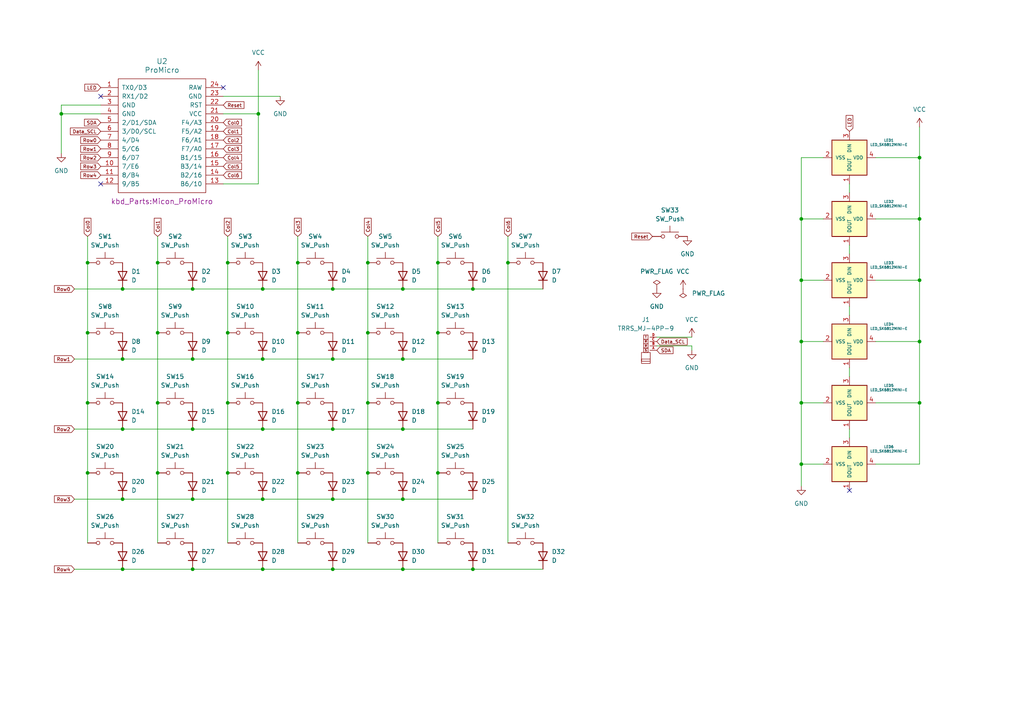
<source format=kicad_sch>
(kicad_sch (version 20230121) (generator eeschema)
  (paper "A4")
  (lib_symbols
    (symbol "Device:D" (pin_numbers hide) (pin_names (offset 1.016) hide)
      (property "Reference" "D" (at 0 2.54 0))
      (property "Value" "D" (at 0 -2.54 0))
      (symbol "D_0_1"
        (polyline (pts (xy -1.27 1.27) (xy -1.27 -1.27)) (stroke (width 0.254)))
        (polyline (pts (xy 1.27 0) (xy -1.27 0)))
        (polyline (pts (xy 1.27 1.27) (xy 1.27 -1.27) (xy -1.27 0) (xy 1.27 1.27)) (stroke (width 0.254)))
      )
      (symbol "D_1_1"
        (pin passive line (at -3.81 0 0) (length 2.54) (name "K") (number "1"))
        (pin passive line (at 3.81 0 180) (length 2.54) (name "A") (number "2"))
      )
    )
    (symbol "Salicylic_kbd:LED_SK6812MINI-E" (pin_names (offset 1.016))
      (property "Reference" "LED" (at 5.08 -10.16 0))
      (property "Value" "LED_SK6812MINI-E" (at 8.89 -8.89 0))
      (symbol "LED_SK6812MINI-E_0_1"
        (rectangle (start -5.08 5.08) (end 5.08 -5.08) (stroke (width 0.254)) (fill (type background)))
      )
      (symbol "LED_SK6812MINI-E_1_1"
        (pin output line (at 7.62 0 180) (length 2.54) (name "DOUT") (number "1"))
        (pin power_in line (at 0 -7.62 90) (length 2.54) (name "VSS") (number "2"))
        (pin input line (at -7.62 0 0) (length 2.54) (name "DIN") (number "3"))
        (pin power_in line (at 0 7.62 270) (length 2.54) (name "VDD") (number "4"))
      )
    )
    (symbol "Salicylic_kbd:TRRS_MJ-4PP-9" (pin_names (offset 1.016))
      (property "Reference" "J" (at 0 5.08 0))
      (property "Value" "TRRS_MJ-4PP-9" (at 0 -6.985 0))
      (symbol "TRRS_MJ-4PP-9_0_0"
        (text "R" (at 0 0 0) (effects (font (size 0.6096 0.6096))))
        (text "R" (at 0 1.27 0) (effects (font (size 0.6096 0.6096))))
        (text "S" (at 0 -1.27 0) (effects (font (size 0.6096 0.6096))))
        (text "T" (at 0 2.54 0) (effects (font (size 0.6096 0.6096))))
      )
      (symbol "TRRS_MJ-4PP-9_0_1"
        (rectangle (start -1.27 -3.81) (end 1.27 -4.445))
        (rectangle (start -1.27 -1.905) (end 1.27 -5.08))
        (rectangle (start -0.635 -0.635) (end 0.635 -1.905))
        (rectangle (start -0.635 0.635) (end 0.635 -0.635))
        (rectangle (start -0.635 1.905) (end 0.635 0.635))
        (rectangle (start -0.635 3.175) (end 0.635 1.905))
      )
      (symbol "TRRS_MJ-4PP-9_1_1"
        (pin input line (at 3.175 -1.27 180) (length 2.0066) (name "~") (number "A"))
        (pin input line (at 3.175 0 180) (length 2.0066) (name "~") (number "B"))
        (pin input line (at 3.175 1.27 180) (length 2.0066) (name "~") (number "C"))
        (pin input line (at 3.175 2.54 180) (length 2.0066) (name "~") (number "D"))
      )
    )
    (symbol "Switch:SW_Push" (pin_numbers hide) (pin_names (offset 1.016) hide)
      (property "Reference" "SW" (at 1.27 2.54 0))
      (property "Value" "SW_Push" (at 0 -1.524 0))
      (symbol "SW_Push_0_1"
        (circle (center -2.032 0) (radius 0.508))
        (polyline (pts (xy 0 1.27) (xy 0 3.048)))
        (polyline (pts (xy 2.54 1.27) (xy -2.54 1.27)))
        (circle (center 2.032 0) (radius 0.508))
        (pin passive line (at -5.08 0 0) (length 2.54) (name "1") (number "1"))
        (pin passive line (at 5.08 0 180) (length 2.54) (name "2") (number "2"))
      )
    )
    (symbol "kbd:ProMicro" (pin_names (offset 1.016))
      (property "Reference" "U" (at 0 19.05 0))
      (property "Value" "ProMicro" (at 0 -19.05 0))
      (symbol "ProMicro_0_1"
        (rectangle (start -12.7 16.51) (end 12.7 -16.51))
      )
      (symbol "ProMicro_1_1"
        (pin bidirectional line (at -17.78 13.97 0) (length 5.08) (name "TX0/D3") (number "1"))
        (pin bidirectional line (at -17.78 -8.89 0) (length 5.08) (name "7/E6") (number "10"))
        (pin bidirectional line (at -17.78 -11.43 0) (length 5.08) (name "8/B4") (number "11"))
        (pin bidirectional line (at -17.78 -13.97 0) (length 5.08) (name "9/B5") (number "12"))
        (pin bidirectional line (at 17.78 -13.97 180) (length 5.08) (name "B6/10") (number "13"))
        (pin bidirectional line (at 17.78 -11.43 180) (length 5.08) (name "B2/16") (number "14"))
        (pin bidirectional line (at 17.78 -8.89 180) (length 5.08) (name "B3/14") (number "15"))
        (pin bidirectional line (at 17.78 -6.35 180) (length 5.08) (name "B1/15") (number "16"))
        (pin bidirectional line (at 17.78 -3.81 180) (length 5.08) (name "F7/A0") (number "17"))
        (pin bidirectional line (at 17.78 -1.27 180) (length 5.08) (name "F6/A1") (number "18"))
        (pin bidirectional line (at 17.78 1.27 180) (length 5.08) (name "F5/A2") (number "19"))
        (pin bidirectional line (at -17.78 11.43 0) (length 5.08) (name "RX1/D2") (number "2"))
        (pin bidirectional line (at 17.78 3.81 180) (length 5.08) (name "F4/A3") (number "20"))
        (pin power_in line (at 17.78 6.35 180) (length 5.08) (name "VCC") (number "21"))
        (pin input line (at 17.78 8.89 180) (length 5.08) (name "RST") (number "22"))
        (pin power_in line (at 17.78 11.43 180) (length 5.08) (name "GND") (number "23"))
        (pin power_out line (at 17.78 13.97 180) (length 5.08) (name "RAW") (number "24"))
        (pin power_in line (at -17.78 8.89 0) (length 5.08) (name "GND") (number "3"))
        (pin power_in line (at -17.78 6.35 0) (length 5.08) (name "GND") (number "4"))
        (pin bidirectional line (at -17.78 3.81 0) (length 5.08) (name "2/D1/SDA") (number "5"))
        (pin bidirectional line (at -17.78 1.27 0) (length 5.08) (name "3/D0/SCL") (number "6"))
        (pin bidirectional line (at -17.78 -1.27 0) (length 5.08) (name "4/D4") (number "7"))
        (pin bidirectional line (at -17.78 -3.81 0) (length 5.08) (name "5/C6") (number "8"))
        (pin bidirectional line (at -17.78 -6.35 0) (length 5.08) (name "6/D7") (number "9"))
      )
    )
    (symbol "power:GND" (power) (pin_names (offset 0))
      (property "Value" "GND" (at 0 -3.81 0))
      (symbol "GND_0_1"
        (polyline (pts (xy 0 0) (xy 0 -1.27) (xy 1.27 -1.27) (xy 0 -2.54) (xy -1.27 -1.27) (xy 0 -1.27)))
      )
      (symbol "GND_1_1"
        (pin power_in line (at 0 0 270) (length 0) hide (name "GND") (number "1"))
      )
    )
    (symbol "power:PWR_FLAG" (power) (pin_numbers hide) (pin_names (offset 0) hide)
      (property "Value" "PWR_FLAG" (at 0 3.81 0))
      (symbol "PWR_FLAG_0_0"
        (pin power_out line (at 0 0 90) (length 0) (name "pwr") (number "1"))
      )
      (symbol "PWR_FLAG_0_1"
        (polyline (pts (xy 0 0) (xy 0 1.27) (xy -1.016 1.905) (xy 0 2.54) (xy 1.016 1.905) (xy 0 1.27)))
      )
    )
    (symbol "power:VCC" (power) (pin_names (offset 0))
      (property "Value" "VCC" (at 0 3.81 0))
      (symbol "VCC_0_1"
        (polyline (pts (xy -0.762 1.27) (xy 0 2.54)))
        (polyline (pts (xy 0 0) (xy 0 2.54)))
        (polyline (pts (xy 0 2.54) (xy 0.762 1.27)))
      )
      (symbol "VCC_1_1"
        (pin power_in line (at 0 0 90) (length 0) hide (name "VCC") (number "1"))
      )
    )
  )
  (junction (at 266.7 116.84))
  (junction (at 266.7 45.72))
  (junction (at 35.56 83.82))
  (junction (at 266.7 99.06))
  (junction (at 96.52 83.82))
  (junction (at 74.93 33.02))
  (junction (at 106.68 76.2))
  (junction (at 137.16 165.1))
  (junction (at 127 96.52))
  (junction (at 116.84 104.14))
  (junction (at 55.88 144.78))
  (junction (at 116.84 144.78))
  (junction (at 266.7 81.28))
  (junction (at 17.78 33.02))
  (junction (at 45.72 137.16))
  (junction (at 66.04 137.16))
  (junction (at 66.04 96.52))
  (junction (at 106.68 116.84))
  (junction (at 55.88 165.1))
  (junction (at 86.36 96.52))
  (junction (at 86.36 76.2))
  (junction (at 96.52 144.78))
  (junction (at 25.4 137.16))
  (junction (at 106.68 96.52))
  (junction (at 55.88 104.14))
  (junction (at 76.2 144.78))
  (junction (at 232.41 134.62))
  (junction (at 45.72 116.84))
  (junction (at 25.4 76.2))
  (junction (at 35.56 124.46))
  (junction (at 232.41 81.28))
  (junction (at 35.56 165.1))
  (junction (at 66.04 76.2))
  (junction (at 76.2 104.14))
  (junction (at 127 76.2))
  (junction (at 35.56 104.14))
  (junction (at 232.41 63.5))
  (junction (at 116.84 165.1))
  (junction (at 76.2 165.1))
  (junction (at 25.4 96.52))
  (junction (at 232.41 116.84))
  (junction (at 127 116.84))
  (junction (at 137.16 83.82))
  (junction (at 86.36 116.84))
  (junction (at 45.72 96.52))
  (junction (at 116.84 124.46))
  (junction (at 55.88 124.46))
  (junction (at 55.88 83.82))
  (junction (at 45.72 76.2))
  (junction (at 86.36 137.16))
  (junction (at 147.32 76.2))
  (junction (at 96.52 124.46))
  (junction (at 35.56 144.78))
  (junction (at 266.7 63.5))
  (junction (at 25.4 116.84))
  (junction (at 96.52 165.1))
  (junction (at 96.52 104.14))
  (junction (at 232.41 99.06))
  (junction (at 116.84 83.82))
  (junction (at 76.2 83.82))
  (junction (at 106.68 137.16))
  (junction (at 76.2 124.46))
  (junction (at 127 137.16))
  (junction (at 66.04 116.84))
  (no_connect (at 246.38 142.24))
  (no_connect (at 29.21 27.94))
  (no_connect (at 29.21 53.34))
  (no_connect (at 64.77 25.4))
  (wire (pts (xy 232.41 81.28) (xy 232.41 99.06)))
  (wire (pts (xy 21.59 165.1) (xy 35.56 165.1)))
  (wire (pts (xy 96.52 124.46) (xy 116.84 124.46)))
  (wire (pts (xy 17.78 44.45) (xy 17.78 33.02)))
  (wire (pts (xy 66.04 68.58) (xy 66.04 76.2)))
  (wire (pts (xy 232.41 81.28) (xy 238.76 81.28)))
  (wire (pts (xy 147.32 68.58) (xy 147.32 76.2)))
  (wire (pts (xy 266.7 45.72) (xy 266.7 63.5)))
  (wire (pts (xy 127 76.2) (xy 127 96.52)))
  (wire (pts (xy 106.68 76.2) (xy 106.68 96.52)))
  (wire (pts (xy 86.36 137.16) (xy 86.36 157.48)))
  (wire (pts (xy 254 45.72) (xy 266.7 45.72)))
  (wire (pts (xy 35.56 104.14) (xy 55.88 104.14)))
  (wire (pts (xy 66.04 137.16) (xy 66.04 157.48)))
  (wire (pts (xy 55.88 104.14) (xy 76.2 104.14)))
  (wire (pts (xy 232.41 45.72) (xy 232.41 63.5)))
  (wire (pts (xy 86.36 116.84) (xy 86.36 137.16)))
  (wire (pts (xy 137.16 83.82) (xy 157.48 83.82)))
  (wire (pts (xy 76.2 144.78) (xy 96.52 144.78)))
  (wire (pts (xy 55.88 83.82) (xy 76.2 83.82)))
  (wire (pts (xy 66.04 76.2) (xy 66.04 96.52)))
  (wire (pts (xy 74.93 33.02) (xy 74.93 53.34)))
  (wire (pts (xy 116.84 124.46) (xy 137.16 124.46)))
  (wire (pts (xy 254 81.28) (xy 266.7 81.28)))
  (wire (pts (xy 74.93 53.34) (xy 64.77 53.34)))
  (wire (pts (xy 86.36 68.58) (xy 86.36 76.2)))
  (wire (pts (xy 76.2 83.82) (xy 96.52 83.82)))
  (wire (pts (xy 64.77 27.94) (xy 81.28 27.94)))
  (wire (pts (xy 232.41 116.84) (xy 232.41 134.62)))
  (wire (pts (xy 266.7 36.83) (xy 266.7 45.72)))
  (wire (pts (xy 254 63.5) (xy 266.7 63.5)))
  (wire (pts (xy 25.4 137.16) (xy 25.4 157.48)))
  (wire (pts (xy 21.59 124.46) (xy 35.56 124.46)))
  (wire (pts (xy 86.36 96.52) (xy 86.36 116.84)))
  (wire (pts (xy 76.2 124.46) (xy 96.52 124.46)))
  (wire (pts (xy 45.72 96.52) (xy 45.72 116.84)))
  (wire (pts (xy 127 68.58) (xy 127 76.2)))
  (wire (pts (xy 106.68 96.52) (xy 106.68 116.84)))
  (wire (pts (xy 76.2 165.1) (xy 96.52 165.1)))
  (wire (pts (xy 254 116.84) (xy 266.7 116.84)))
  (wire (pts (xy 55.88 124.46) (xy 76.2 124.46)))
  (wire (pts (xy 246.38 88.9) (xy 246.38 91.44)))
  (wire (pts (xy 137.16 165.1) (xy 157.48 165.1)))
  (wire (pts (xy 116.84 104.14) (xy 137.16 104.14)))
  (wire (pts (xy 45.72 68.58) (xy 45.72 76.2)))
  (wire (pts (xy 246.38 124.46) (xy 246.38 127)))
  (wire (pts (xy 96.52 144.78) (xy 116.84 144.78)))
  (wire (pts (xy 266.7 134.62) (xy 254 134.62)))
  (wire (pts (xy 35.56 144.78) (xy 55.88 144.78)))
  (wire (pts (xy 232.41 116.84) (xy 238.76 116.84)))
  (wire (pts (xy 147.32 76.2) (xy 147.32 157.48)))
  (wire (pts (xy 266.7 63.5) (xy 266.7 81.28)))
  (wire (pts (xy 190.5 100.33) (xy 200.66 100.33)))
  (wire (pts (xy 232.41 63.5) (xy 232.41 81.28)))
  (wire (pts (xy 232.41 99.06) (xy 238.76 99.06)))
  (wire (pts (xy 45.72 76.2) (xy 45.72 96.52)))
  (wire (pts (xy 35.56 124.46) (xy 55.88 124.46)))
  (wire (pts (xy 254 99.06) (xy 266.7 99.06)))
  (wire (pts (xy 116.84 83.82) (xy 137.16 83.82)))
  (wire (pts (xy 116.84 165.1) (xy 137.16 165.1)))
  (wire (pts (xy 266.7 81.28) (xy 266.7 99.06)))
  (wire (pts (xy 76.2 104.14) (xy 96.52 104.14)))
  (wire (pts (xy 127 116.84) (xy 127 137.16)))
  (wire (pts (xy 96.52 104.14) (xy 116.84 104.14)))
  (wire (pts (xy 86.36 76.2) (xy 86.36 96.52)))
  (wire (pts (xy 127 96.52) (xy 127 116.84)))
  (wire (pts (xy 25.4 68.58) (xy 25.4 76.2)))
  (wire (pts (xy 35.56 83.82) (xy 55.88 83.82)))
  (wire (pts (xy 232.41 63.5) (xy 238.76 63.5)))
  (wire (pts (xy 64.77 33.02) (xy 74.93 33.02)))
  (wire (pts (xy 246.38 106.68) (xy 246.38 109.22)))
  (wire (pts (xy 106.68 137.16) (xy 106.68 157.48)))
  (wire (pts (xy 232.41 134.62) (xy 232.41 140.97)))
  (wire (pts (xy 66.04 96.52) (xy 66.04 116.84)))
  (wire (pts (xy 106.68 116.84) (xy 106.68 137.16)))
  (wire (pts (xy 35.56 165.1) (xy 55.88 165.1)))
  (wire (pts (xy 21.59 83.82) (xy 35.56 83.82)))
  (wire (pts (xy 55.88 165.1) (xy 76.2 165.1)))
  (wire (pts (xy 74.93 20.32) (xy 74.93 33.02)))
  (wire (pts (xy 127 137.16) (xy 127 157.48)))
  (wire (pts (xy 17.78 30.48) (xy 29.21 30.48)))
  (wire (pts (xy 21.59 144.78) (xy 35.56 144.78)))
  (wire (pts (xy 45.72 137.16) (xy 45.72 157.48)))
  (wire (pts (xy 25.4 76.2) (xy 25.4 96.52)))
  (wire (pts (xy 45.72 116.84) (xy 45.72 137.16)))
  (wire (pts (xy 66.04 116.84) (xy 66.04 137.16)))
  (wire (pts (xy 96.52 165.1) (xy 116.84 165.1)))
  (wire (pts (xy 116.84 144.78) (xy 137.16 144.78)))
  (wire (pts (xy 246.38 71.12) (xy 246.38 73.66)))
  (wire (pts (xy 17.78 33.02) (xy 29.21 33.02)))
  (wire (pts (xy 266.7 116.84) (xy 266.7 134.62)))
  (wire (pts (xy 55.88 144.78) (xy 76.2 144.78)))
  (wire (pts (xy 21.59 104.14) (xy 35.56 104.14)))
  (wire (pts (xy 200.66 100.33) (xy 200.66 101.6)))
  (wire (pts (xy 17.78 33.02) (xy 17.78 30.48)))
  (wire (pts (xy 246.38 53.34) (xy 246.38 55.88)))
  (wire (pts (xy 25.4 96.52) (xy 25.4 116.84)))
  (wire (pts (xy 25.4 116.84) (xy 25.4 137.16)))
  (wire (pts (xy 238.76 45.72) (xy 232.41 45.72)))
  (wire (pts (xy 190.5 97.79) (xy 200.66 97.79)))
  (wire (pts (xy 266.7 99.06) (xy 266.7 116.84)))
  (wire (pts (xy 232.41 134.62) (xy 238.76 134.62)))
  (wire (pts (xy 232.41 99.06) (xy 232.41 116.84)))
  (wire (pts (xy 96.52 83.82) (xy 116.84 83.82)))
  (wire (pts (xy 106.68 68.58) (xy 106.68 76.2)))
  (global_label "SDA" (shape input) (at 29.21 35.56 180) (effects (font (size 1 1))) (property "Intersheetrefs" "${INTERSHEET_REFS}" (effects hide)))
  (global_label "Row0" (shape input) (at 21.59 83.82 180) (effects (font (size 1 1))) (property "Intersheetrefs" "${INTERSHEET_REFS}" (effects hide)))
  (global_label "Col4" (shape input) (at 106.68 68.58 90) (effects (font (size 1 1))) (property "Intersheetrefs" "${INTERSHEET_REFS}" (effects hide)))
  (global_label "LED" (shape input) (at 29.21 25.4 180) (effects (font (size 1 1))) (property "Intersheetrefs" "${INTERSHEET_REFS}" (effects hide)))
  (global_label "Row2" (shape input) (at 29.21 45.72 180) (effects (font (size 1 1))) (property "Intersheetrefs" "${INTERSHEET_REFS}" (effects hide)))
  (global_label "Row3" (shape input) (at 21.59 144.78 180) (effects (font (size 1 1))) (property "Intersheetrefs" "${INTERSHEET_REFS}" (effects hide)))
  (global_label "Col0" (shape input) (at 25.4 68.58 90) (effects (font (size 1 1))) (property "Intersheetrefs" "${INTERSHEET_REFS}" (effects hide)))
  (global_label "Col2" (shape input) (at 66.04 68.58 90) (effects (font (size 1 1))) (property "Intersheetrefs" "${INTERSHEET_REFS}" (effects hide)))
  (global_label "Row0" (shape input) (at 29.21 40.64 180) (effects (font (size 1 1))) (property "Intersheetrefs" "${INTERSHEET_REFS}" (effects hide)))
  (global_label "Col0" (shape input) (at 64.77 35.56 0) (effects (font (size 1 1))) (property "Intersheetrefs" "${INTERSHEET_REFS}" (effects hide)))
  (global_label "Col3" (shape input) (at 86.36 68.58 90) (effects (font (size 1 1))) (property "Intersheetrefs" "${INTERSHEET_REFS}" (effects hide)))
  (global_label "Reset" (shape input) (at 189.23 68.58 180) (effects (font (size 1 1))) (property "Intersheetrefs" "${INTERSHEET_REFS}" (effects hide)))
  (global_label "Col1" (shape input) (at 64.77 38.1 0) (effects (font (size 1 1))) (property "Intersheetrefs" "${INTERSHEET_REFS}" (effects hide)))
  (global_label "Row4" (shape input) (at 21.59 165.1 180) (effects (font (size 1 1))) (property "Intersheetrefs" "${INTERSHEET_REFS}" (effects hide)))
  (global_label "SDA" (shape input) (at 190.5 101.6 0) (effects (font (size 1 1))) (property "Intersheetrefs" "${INTERSHEET_REFS}" (effects hide)))
  (global_label "Row3" (shape input) (at 29.21 48.26 180) (effects (font (size 1 1))) (property "Intersheetrefs" "${INTERSHEET_REFS}" (effects hide)))
  (global_label "Col5" (shape input) (at 127 68.58 90) (effects (font (size 1 1))) (property "Intersheetrefs" "${INTERSHEET_REFS}" (effects hide)))
  (global_label "Col6" (shape input) (at 147.32 68.58 90) (effects (font (size 1 1))) (property "Intersheetrefs" "${INTERSHEET_REFS}" (effects hide)))
  (global_label "Row2" (shape input) (at 21.59 124.46 180) (effects (font (size 1 1))) (property "Intersheetrefs" "${INTERSHEET_REFS}" (effects hide)))
  (global_label "Data_SCL" (shape input) (at 29.21 38.1 180) (effects (font (size 1 1))) (property "Intersheetrefs" "${INTERSHEET_REFS}" (effects hide)))
  (global_label "Row1" (shape input) (at 21.59 104.14 180) (effects (font (size 1 1))) (property "Intersheetrefs" "${INTERSHEET_REFS}" (effects hide)))
  (global_label "Col6" (shape input) (at 64.77 50.8 0) (effects (font (size 1 1))) (property "Intersheetrefs" "${INTERSHEET_REFS}" (effects hide)))
  (global_label "Col3" (shape input) (at 64.77 43.18 0) (effects (font (size 1 1))) (property "Intersheetrefs" "${INTERSHEET_REFS}" (effects hide)))
  (global_label "Col5" (shape input) (at 64.77 48.26 0) (effects (font (size 1 1))) (property "Intersheetrefs" "${INTERSHEET_REFS}" (effects hide)))
  (global_label "LED" (shape input) (at 246.38 38.1 90) (effects (font (size 1 1))) (property "Intersheetrefs" "${INTERSHEET_REFS}" (effects hide)))
  (global_label "Reset" (shape input) (at 64.77 30.48 0) (effects (font (size 1 1))) (property "Intersheetrefs" "${INTERSHEET_REFS}" (effects hide)))
  (global_label "Col4" (shape input) (at 64.77 45.72 0) (effects (font (size 1 1))) (property "Intersheetrefs" "${INTERSHEET_REFS}" (effects hide)))
  (global_label "Data_SCL" (shape input) (at 190.5 99.06 0) (effects (font (size 1 1))) (property "Intersheetrefs" "${INTERSHEET_REFS}" (effects hide)))
  (global_label "Row4" (shape input) (at 29.21 50.8 180) (effects (font (size 1 1))) (property "Intersheetrefs" "${INTERSHEET_REFS}" (effects hide)))
  (global_label "Row1" (shape input) (at 29.21 43.18 180) (effects (font (size 1 1))) (property "Intersheetrefs" "${INTERSHEET_REFS}" (effects hide)))
  (global_label "Col1" (shape input) (at 45.72 68.58 90) (effects (font (size 1 1))) (property "Intersheetrefs" "${INTERSHEET_REFS}" (effects hide)))
  (global_label "Col2" (shape input) (at 64.77 40.64 0) (effects (font (size 1 1))) (property "Intersheetrefs" "${INTERSHEET_REFS}" (effects hide)))
  (symbol (lib_id "Device:D") (at 55.88 120.65 90) (unit 1)
    (property "Reference" "D15" (at 58.42 119.38 90) (effects (justify right)))
    (property "Value" "D" (at 58.42 121.92 90) (effects (justify right)))
    (property "Footprint" "kbd_Parts:Diode_TH_SMD" (effects hide))
    (property "Sim.Device" "D" (effects hide))
    (property "Sim.Pins" "1=K 2=A" (effects hide))
  )
  (symbol (lib_id "Device:D") (at 157.48 80.01 90) (unit 1)
    (property "Reference" "D7" (at 160.02 78.74 90) (effects (justify right)))
    (property "Value" "D" (at 160.02 81.28 90) (effects (justify right)))
    (property "Footprint" "kbd_Parts:Diode_TH_SMD" (effects hide))
    (property "Sim.Device" "D" (effects hide))
    (property "Sim.Pins" "1=K 2=A" (effects hide))
  )
  (symbol (lib_id "Salicylic_kbd:LED_SK6812MINI-E") (at 246.38 81.28 270) (unit 1)
    (property "Reference" "LED3" (at 257.81 76.2569 90) (effects (font (size 0.7366 0.7366))))
    (property "Value" "LED_SK6812MINI-E" (at 257.81 77.5269 90) (effects (font (size 0.7366 0.7366))))
    (property "Footprint" "kbd_Parts:LED_SK6812MINI-E_BL" (effects hide))
  )
  (symbol (lib_id "Switch:SW_Push") (at 132.08 137.16 0) (unit 1)
    (property "Reference" "SW25" (at 132.08 129.54 0))
    (property "Value" "SW_Push" (at 132.08 132.08 0))
    (property "Footprint" "kbd_SW:CherryMX_Hotswap_1u" (effects hide))
  )
  (symbol (lib_id "Salicylic_kbd:LED_SK6812MINI-E") (at 246.38 134.62 270) (unit 1)
    (property "Reference" "LED6" (at 257.81 129.5969 90) (effects (font (size 0.7366 0.7366))))
    (property "Value" "LED_SK6812MINI-E" (at 257.81 130.8669 90) (effects (font (size 0.7366 0.7366))))
    (property "Footprint" "kbd_Parts:LED_SK6812MINI-E_BL" (effects hide))
  )
  (symbol (lib_id "Switch:SW_Push") (at 71.12 137.16 0) (unit 1)
    (property "Reference" "SW22" (at 71.12 129.54 0))
    (property "Value" "SW_Push" (at 71.12 132.08 0))
    (property "Footprint" "kbd_SW:CherryMX_Hotswap_1u" (effects hide))
  )
  (symbol (lib_id "Device:D") (at 116.84 100.33 90) (unit 1)
    (property "Reference" "D12" (at 119.38 99.06 90) (effects (justify right)))
    (property "Value" "D" (at 119.38 101.6 90) (effects (justify right)))
    (property "Footprint" "kbd_Parts:Diode_TH_SMD" (effects hide))
    (property "Sim.Device" "D" (effects hide))
    (property "Sim.Pins" "1=K 2=A" (effects hide))
  )
  (symbol (lib_id "Switch:SW_Push") (at 111.76 137.16 0) (unit 1)
    (property "Reference" "SW24" (at 111.76 129.54 0))
    (property "Value" "SW_Push" (at 111.76 132.08 0))
    (property "Footprint" "kbd_SW:CherryMX_Hotswap_1u" (effects hide))
  )
  (symbol (lib_id "Device:D") (at 76.2 120.65 90) (unit 1)
    (property "Reference" "D16" (at 78.74 119.38 90) (effects (justify right)))
    (property "Value" "D" (at 78.74 121.92 90) (effects (justify right)))
    (property "Footprint" "kbd_Parts:Diode_TH_SMD" (effects hide))
    (property "Sim.Device" "D" (effects hide))
    (property "Sim.Pins" "1=K 2=A" (effects hide))
  )
  (symbol (lib_id "Switch:SW_Push") (at 194.31 68.58 0) (unit 1)
    (property "Reference" "SW33" (at 194.31 60.96 0))
    (property "Value" "SW_Push" (at 194.31 63.5 0))
    (property "Footprint" "kbd_Parts:ResetSW" (effects hide))
  )
  (symbol (lib_id "Device:D") (at 55.88 80.01 90) (unit 1)
    (property "Reference" "D2" (at 58.42 78.74 90) (effects (justify right)))
    (property "Value" "D" (at 58.42 81.28 90) (effects (justify right)))
    (property "Footprint" "kbd_Parts:Diode_TH_SMD" (effects hide))
    (property "Sim.Device" "D" (effects hide))
    (property "Sim.Pins" "1=K 2=A" (effects hide))
  )
  (symbol (lib_id "power:VCC") (at 198.12 83.82 0) (unit 1)
    (property "Reference" "#PWR08" (effects hide))
    (property "Value" "VCC" (at 198.12 78.74 0))
  )
  (symbol (lib_id "Switch:SW_Push") (at 111.76 96.52 0) (unit 1)
    (property "Reference" "SW12" (at 111.76 88.9 0))
    (property "Value" "SW_Push" (at 111.76 91.44 0))
    (property "Footprint" "kbd_SW:CherryMX_Hotswap_1u" (effects hide))
  )
  (symbol (lib_id "Device:D") (at 96.52 161.29 90) (unit 1)
    (property "Reference" "D29" (at 99.06 160.02 90) (effects (justify right)))
    (property "Value" "D" (at 99.06 162.56 90) (effects (justify right)))
    (property "Footprint" "kbd_Parts:Diode_TH_SMD" (effects hide))
    (property "Sim.Device" "D" (effects hide))
    (property "Sim.Pins" "1=K 2=A" (effects hide))
  )
  (symbol (lib_id "Device:D") (at 35.56 120.65 90) (unit 1)
    (property "Reference" "D14" (at 38.1 119.38 90) (effects (justify right)))
    (property "Value" "D" (at 38.1 121.92 90) (effects (justify right)))
    (property "Footprint" "kbd_Parts:Diode_TH_SMD" (effects hide))
    (property "Sim.Device" "D" (effects hide))
    (property "Sim.Pins" "1=K 2=A" (effects hide))
  )
  (symbol (lib_id "Switch:SW_Push") (at 30.48 76.2 0) (unit 1)
    (property "Reference" "SW1" (at 30.48 68.58 0))
    (property "Value" "SW_Push" (at 30.48 71.12 0))
    (property "Footprint" "kbd_SW:CherryMX_Hotswap_1u" (effects hide))
  )
  (symbol (lib_id "Switch:SW_Push") (at 132.08 96.52 0) (unit 1)
    (property "Reference" "SW13" (at 132.08 88.9 0))
    (property "Value" "SW_Push" (at 132.08 91.44 0))
    (property "Footprint" "kbd_SW:CherryMX_Hotswap_1u" (effects hide))
  )
  (symbol (lib_id "Device:D") (at 55.88 161.29 90) (unit 1)
    (property "Reference" "D27" (at 58.42 160.02 90) (effects (justify right)))
    (property "Value" "D" (at 58.42 162.56 90) (effects (justify right)))
    (property "Footprint" "kbd_Parts:Diode_TH_SMD" (effects hide))
    (property "Sim.Device" "D" (effects hide))
    (property "Sim.Pins" "1=K 2=A" (effects hide))
  )
  (symbol (lib_id "power:VCC") (at 200.66 97.79 0) (unit 1)
    (property "Reference" "#PWR04" (effects hide))
    (property "Value" "VCC" (at 200.66 92.71 0))
  )
  (symbol (lib_id "Switch:SW_Push") (at 111.76 157.48 0) (unit 1)
    (property "Reference" "SW30" (at 111.76 149.86 0))
    (property "Value" "SW_Push" (at 111.76 152.4 0))
    (property "Footprint" "kbd_SW:CherryMX_Hotswap_1.25u" (effects hide))
  )
  (symbol (lib_id "power:PWR_FLAG") (at 198.12 83.82 180) (unit 1)
    (property "Reference" "#FLG01" (effects hide))
    (property "Value" "PWR_FLAG" (at 200.66 85.09 0) (effects (justify right)))
  )
  (symbol (lib_id "Salicylic_kbd:TRRS_MJ-4PP-9") (at 187.325 100.33 0) (unit 1)
    (property "Reference" "J1" (at 187.325 92.71 0))
    (property "Value" "TRRS_MJ-4PP-9" (at 187.325 95.25 0))
    (property "Footprint" "kbd_Parts:TRRS_MJ-4PP-9" (effects hide))
  )
  (symbol (lib_id "Device:D") (at 96.52 120.65 90) (unit 1)
    (property "Reference" "D17" (at 99.06 119.38 90) (effects (justify right)))
    (property "Value" "D" (at 99.06 121.92 90) (effects (justify right)))
    (property "Footprint" "kbd_Parts:Diode_TH_SMD" (effects hide))
    (property "Sim.Device" "D" (effects hide))
    (property "Sim.Pins" "1=K 2=A" (effects hide))
  )
  (symbol (lib_id "Device:D") (at 116.84 80.01 90) (unit 1)
    (property "Reference" "D5" (at 119.38 78.74 90) (effects (justify right)))
    (property "Value" "D" (at 119.38 81.28 90) (effects (justify right)))
    (property "Footprint" "kbd_Parts:Diode_TH_SMD" (effects hide))
    (property "Sim.Device" "D" (effects hide))
    (property "Sim.Pins" "1=K 2=A" (effects hide))
  )
  (symbol (lib_id "power:GND") (at 17.78 44.45 0) (unit 1)
    (property "Reference" "#PWR01" (effects hide))
    (property "Value" "GND" (at 17.78 49.53 0))
  )
  (symbol (lib_id "Switch:SW_Push") (at 132.08 116.84 0) (unit 1)
    (property "Reference" "SW19" (at 132.08 109.22 0))
    (property "Value" "SW_Push" (at 132.08 111.76 0))
    (property "Footprint" "kbd_SW:CherryMX_Hotswap_1u" (effects hide))
  )
  (symbol (lib_id "Device:D") (at 55.88 140.97 90) (unit 1)
    (property "Reference" "D21" (at 58.42 139.7 90) (effects (justify right)))
    (property "Value" "D" (at 58.42 142.24 90) (effects (justify right)))
    (property "Footprint" "kbd_Parts:Diode_TH_SMD" (effects hide))
    (property "Sim.Device" "D" (effects hide))
    (property "Sim.Pins" "1=K 2=A" (effects hide))
  )
  (symbol (lib_id "Device:D") (at 35.56 161.29 90) (unit 1)
    (property "Reference" "D26" (at 38.1 160.02 90) (effects (justify right)))
    (property "Value" "D" (at 38.1 162.56 90) (effects (justify right)))
    (property "Footprint" "kbd_Parts:Diode_TH_SMD" (effects hide))
    (property "Sim.Device" "D" (effects hide))
    (property "Sim.Pins" "1=K 2=A" (effects hide))
  )
  (symbol (lib_id "Device:D") (at 35.56 100.33 90) (unit 1)
    (property "Reference" "D8" (at 38.1 99.06 90) (effects (justify right)))
    (property "Value" "D" (at 38.1 101.6 90) (effects (justify right)))
    (property "Footprint" "kbd_Parts:Diode_TH_SMD" (effects hide))
    (property "Sim.Device" "D" (effects hide))
    (property "Sim.Pins" "1=K 2=A" (effects hide))
  )
  (symbol (lib_id "Device:D") (at 137.16 120.65 90) (unit 1)
    (property "Reference" "D19" (at 139.7 119.38 90) (effects (justify right)))
    (property "Value" "D" (at 139.7 121.92 90) (effects (justify right)))
    (property "Footprint" "kbd_Parts:Diode_TH_SMD" (effects hide))
    (property "Sim.Device" "D" (effects hide))
    (property "Sim.Pins" "1=K 2=A" (effects hide))
  )
  (symbol (lib_id "Switch:SW_Push") (at 111.76 116.84 0) (unit 1)
    (property "Reference" "SW18" (at 111.76 109.22 0))
    (property "Value" "SW_Push" (at 111.76 111.76 0))
    (property "Footprint" "kbd_SW:CherryMX_Hotswap_1u" (effects hide))
  )
  (symbol (lib_id "Device:D") (at 76.2 80.01 90) (unit 1)
    (property "Reference" "D3" (at 78.74 78.74 90) (effects (justify right)))
    (property "Value" "D" (at 78.74 81.28 90) (effects (justify right)))
    (property "Footprint" "kbd_Parts:Diode_TH_SMD" (effects hide))
    (property "Sim.Device" "D" (effects hide))
    (property "Sim.Pins" "1=K 2=A" (effects hide))
  )
  (symbol (lib_id "Device:D") (at 157.48 161.29 90) (unit 1)
    (property "Reference" "D32" (at 160.02 160.02 90) (effects (justify right)))
    (property "Value" "D" (at 160.02 162.56 90) (effects (justify right)))
    (property "Footprint" "kbd_Parts:Diode_TH_SMD" (effects hide))
    (property "Sim.Device" "D" (effects hide))
    (property "Sim.Pins" "1=K 2=A" (effects hide))
  )
  (symbol (lib_id "power:GND") (at 199.39 68.58 0) (unit 1)
    (property "Reference" "#PWR010" (effects hide))
    (property "Value" "GND" (at 199.39 73.66 0))
  )
  (symbol (lib_id "Device:D") (at 96.52 80.01 90) (unit 1)
    (property "Reference" "D4" (at 99.06 78.74 90) (effects (justify right)))
    (property "Value" "D" (at 99.06 81.28 90) (effects (justify right)))
    (property "Footprint" "kbd_Parts:Diode_TH_SMD" (effects hide))
    (property "Sim.Device" "D" (effects hide))
    (property "Sim.Pins" "1=K 2=A" (effects hide))
  )
  (symbol (lib_id "Device:D") (at 137.16 161.29 90) (unit 1)
    (property "Reference" "D31" (at 139.7 160.02 90) (effects (justify right)))
    (property "Value" "D" (at 139.7 162.56 90) (effects (justify right)))
    (property "Footprint" "kbd_Parts:Diode_TH_SMD" (effects hide))
    (property "Sim.Device" "D" (effects hide))
    (property "Sim.Pins" "1=K 2=A" (effects hide))
  )
  (symbol (lib_id "Salicylic_kbd:LED_SK6812MINI-E") (at 246.38 116.84 270) (unit 1)
    (property "Reference" "LED5" (at 257.81 111.8169 90) (effects (font (size 0.7366 0.7366))))
    (property "Value" "LED_SK6812MINI-E" (at 257.81 113.0869 90) (effects (font (size 0.7366 0.7366))))
    (property "Footprint" "kbd_Parts:LED_SK6812MINI-E_BL" (effects hide))
  )
  (symbol (lib_id "Device:D") (at 55.88 100.33 90) (unit 1)
    (property "Reference" "D9" (at 58.42 99.06 90) (effects (justify right)))
    (property "Value" "D" (at 58.42 101.6 90) (effects (justify right)))
    (property "Footprint" "kbd_Parts:Diode_TH_SMD" (effects hide))
    (property "Sim.Device" "D" (effects hide))
    (property "Sim.Pins" "1=K 2=A" (effects hide))
  )
  (symbol (lib_id "Switch:SW_Push") (at 50.8 76.2 0) (unit 1)
    (property "Reference" "SW2" (at 50.8 68.58 0))
    (property "Value" "SW_Push" (at 50.8 71.12 0))
    (property "Footprint" "kbd_SW:CherryMX_Hotswap_1u" (effects hide))
  )
  (symbol (lib_id "power:GND") (at 232.41 140.97 0) (unit 1)
    (property "Reference" "#PWR06" (effects hide))
    (property "Value" "GND" (at 232.41 146.05 0))
  )
  (symbol (lib_id "Switch:SW_Push") (at 30.48 96.52 0) (unit 1)
    (property "Reference" "SW8" (at 30.48 88.9 0))
    (property "Value" "SW_Push" (at 30.48 91.44 0))
    (property "Footprint" "kbd_SW:CherryMX_Hotswap_1.5u" (effects hide))
  )
  (symbol (lib_id "Device:D") (at 76.2 100.33 90) (unit 1)
    (property "Reference" "D10" (at 78.74 99.06 90) (effects (justify right)))
    (property "Value" "D" (at 78.74 101.6 90) (effects (justify right)))
    (property "Footprint" "kbd_Parts:Diode_TH_SMD" (effects hide))
    (property "Sim.Device" "D" (effects hide))
    (property "Sim.Pins" "1=K 2=A" (effects hide))
  )
  (symbol (lib_id "power:GND") (at 190.5 83.82 0) (unit 1)
    (property "Reference" "#PWR09" (effects hide))
    (property "Value" "GND" (at 190.5 88.9 0))
  )
  (symbol (lib_id "Switch:SW_Push") (at 152.4 157.48 0) (unit 1)
    (property "Reference" "SW32" (at 152.4 149.86 0))
    (property "Value" "SW_Push" (at 152.4 152.4 0))
    (property "Footprint" "kbd_SW:CherryMX_Hotswap_1u" (effects hide))
  )
  (symbol (lib_id "Device:D") (at 137.16 140.97 90) (unit 1)
    (property "Reference" "D25" (at 139.7 139.7 90) (effects (justify right)))
    (property "Value" "D" (at 139.7 142.24 90) (effects (justify right)))
    (property "Footprint" "kbd_Parts:Diode_TH_SMD" (effects hide))
    (property "Sim.Device" "D" (effects hide))
    (property "Sim.Pins" "1=K 2=A" (effects hide))
  )
  (symbol (lib_id "power:VCC") (at 74.93 20.32 0) (unit 1)
    (property "Reference" "#PWR03" (effects hide))
    (property "Value" "VCC" (at 74.93 15.24 0))
  )
  (symbol (lib_id "Salicylic_kbd:LED_SK6812MINI-E") (at 246.38 99.06 270) (unit 1)
    (property "Reference" "LED4" (at 257.81 94.0369 90) (effects (font (size 0.7366 0.7366))))
    (property "Value" "LED_SK6812MINI-E" (at 257.81 95.3069 90) (effects (font (size 0.7366 0.7366))))
    (property "Footprint" "kbd_Parts:LED_SK6812MINI-E_BL" (effects hide))
  )
  (symbol (lib_id "Switch:SW_Push") (at 152.4 76.2 0) (unit 1)
    (property "Reference" "SW7" (at 152.4 68.58 0))
    (property "Value" "SW_Push" (at 152.4 71.12 0))
    (property "Footprint" "kbd_SW:CherryMX_Hotswap_1u" (effects hide))
  )
  (symbol (lib_id "power:VCC") (at 266.7 36.83 0) (unit 1)
    (property "Reference" "#PWR07" (effects hide))
    (property "Value" "VCC" (at 266.7 31.75 0))
  )
  (symbol (lib_id "Switch:SW_Push") (at 30.48 116.84 0) (unit 1)
    (property "Reference" "SW14" (at 30.48 109.22 0))
    (property "Value" "SW_Push" (at 30.48 111.76 0))
    (property "Footprint" "kbd_SW:CherryMX_Hotswap_1.75u" (effects hide))
  )
  (symbol (lib_id "Switch:SW_Push") (at 132.08 76.2 0) (unit 1)
    (property "Reference" "SW6" (at 132.08 68.58 0))
    (property "Value" "SW_Push" (at 132.08 71.12 0))
    (property "Footprint" "kbd_SW:CherryMX_Hotswap_1u" (effects hide))
  )
  (symbol (lib_id "Switch:SW_Push") (at 71.12 76.2 0) (unit 1)
    (property "Reference" "SW3" (at 71.12 68.58 0))
    (property "Value" "SW_Push" (at 71.12 71.12 0))
    (property "Footprint" "kbd_SW:CherryMX_Hotswap_1u" (effects hide))
  )
  (symbol (lib_id "Switch:SW_Push") (at 30.48 157.48 0) (unit 1)
    (property "Reference" "SW26" (at 30.48 149.86 0))
    (property "Value" "SW_Push" (at 30.48 152.4 0))
    (property "Footprint" "kbd_SW:CherryMX_Hotswap_1.25u" (effects hide))
  )
  (symbol (lib_id "Switch:SW_Push") (at 30.48 137.16 0) (unit 1)
    (property "Reference" "SW20" (at 30.48 129.54 0))
    (property "Value" "SW_Push" (at 30.48 132.08 0))
    (property "Footprint" "kbd_SW:CherryMX_Hotswap_2.25u" (effects hide))
  )
  (symbol (lib_id "Switch:SW_Push") (at 71.12 96.52 0) (unit 1)
    (property "Reference" "SW10" (at 71.12 88.9 0))
    (property "Value" "SW_Push" (at 71.12 91.44 0))
    (property "Footprint" "kbd_SW:CherryMX_Hotswap_1u" (effects hide))
  )
  (symbol (lib_id "Switch:SW_Push") (at 50.8 137.16 0) (unit 1)
    (property "Reference" "SW21" (at 50.8 129.54 0))
    (property "Value" "SW_Push" (at 50.8 132.08 0))
    (property "Footprint" "kbd_SW:CherryMX_Hotswap_1u" (effects hide))
  )
  (symbol (lib_id "Device:D") (at 116.84 120.65 90) (unit 1)
    (property "Reference" "D18" (at 119.38 119.38 90) (effects (justify right)))
    (property "Value" "D" (at 119.38 121.92 90) (effects (justify right)))
    (property "Footprint" "kbd_Parts:Diode_TH_SMD" (effects hide))
    (property "Sim.Device" "D" (effects hide))
    (property "Sim.Pins" "1=K 2=A" (effects hide))
  )
  (symbol (lib_id "power:PWR_FLAG") (at 190.5 83.82 0) (unit 1)
    (property "Reference" "#FLG02" (effects hide))
    (property "Value" "PWR_FLAG" (at 190.5 78.74 0))
  )
  (symbol (lib_id "Switch:SW_Push") (at 71.12 116.84 0) (unit 1)
    (property "Reference" "SW16" (at 71.12 109.22 0))
    (property "Value" "SW_Push" (at 71.12 111.76 0))
    (property "Footprint" "kbd_SW:CherryMX_Hotswap_1u" (effects hide))
  )
  (symbol (lib_id "Device:D") (at 137.16 80.01 90) (unit 1)
    (property "Reference" "D6" (at 139.7 78.74 90) (effects (justify right)))
    (property "Value" "D" (at 139.7 81.28 90) (effects (justify right)))
    (property "Footprint" "kbd_Parts:Diode_TH_SMD" (effects hide))
    (property "Sim.Device" "D" (effects hide))
    (property "Sim.Pins" "1=K 2=A" (effects hide))
  )
  (symbol (lib_id "Switch:SW_Push") (at 91.44 116.84 0) (unit 1)
    (property "Reference" "SW17" (at 91.44 109.22 0))
    (property "Value" "SW_Push" (at 91.44 111.76 0))
    (property "Footprint" "kbd_SW:CherryMX_Hotswap_1u" (effects hide))
  )
  (symbol (lib_id "Switch:SW_Push") (at 50.8 116.84 0) (unit 1)
    (property "Reference" "SW15" (at 50.8 109.22 0))
    (property "Value" "SW_Push" (at 50.8 111.76 0))
    (property "Footprint" "kbd_SW:CherryMX_Hotswap_1u" (effects hide))
  )
  (symbol (lib_id "Device:D") (at 116.84 140.97 90) (unit 1)
    (property "Reference" "D24" (at 119.38 139.7 90) (effects (justify right)))
    (property "Value" "D" (at 119.38 142.24 90) (effects (justify right)))
    (property "Footprint" "kbd_Parts:Diode_TH_SMD" (effects hide))
    (property "Sim.Device" "D" (effects hide))
    (property "Sim.Pins" "1=K 2=A" (effects hide))
  )
  (symbol (lib_id "power:GND") (at 81.28 27.94 0) (unit 1)
    (property "Reference" "#PWR02" (effects hide))
    (property "Value" "GND" (at 81.28 33.02 0))
  )
  (symbol (lib_id "Switch:SW_Push") (at 91.44 157.48 0) (unit 1)
    (property "Reference" "SW29" (at 91.44 149.86 0))
    (property "Value" "SW_Push" (at 91.44 152.4 0))
    (property "Footprint" "kbd_SW:CherryMX_Hotswap_1.25u" (effects hide))
  )
  (symbol (lib_id "Device:D") (at 76.2 140.97 90) (unit 1)
    (property "Reference" "D22" (at 78.74 139.7 90) (effects (justify right)))
    (property "Value" "D" (at 78.74 142.24 90) (effects (justify right)))
    (property "Footprint" "kbd_Parts:Diode_TH_SMD" (effects hide))
    (property "Sim.Device" "D" (effects hide))
    (property "Sim.Pins" "1=K 2=A" (effects hide))
  )
  (symbol (lib_id "power:GND") (at 200.66 101.6 0) (unit 1)
    (property "Reference" "#PWR05" (effects hide))
    (property "Value" "GND" (at 200.66 106.68 0))
  )
  (symbol (lib_id "Switch:SW_Push") (at 111.76 76.2 0) (unit 1)
    (property "Reference" "SW5" (at 111.76 68.58 0))
    (property "Value" "SW_Push" (at 111.76 71.12 0))
    (property "Footprint" "kbd_SW:CherryMX_Hotswap_1u" (effects hide))
  )
  (symbol (lib_id "kbd:ProMicro") (at 46.99 39.37 0) (unit 1)
    (property "Reference" "U2" (at 46.99 17.78 0) (effects (font (size 1.524 1.524))))
    (property "Value" "ProMicro" (at 46.99 20.32 0) (effects (font (size 1.524 1.524))))
    (property "Footprint" "kbd_Parts:Micon_ProMicro" (at 46.99 58.42 0) (effects (font (size 1.524 1.524))))
  )
  (symbol (lib_id "Switch:SW_Push") (at 71.12 157.48 0) (unit 1)
    (property "Reference" "SW28" (at 71.12 149.86 0))
    (property "Value" "SW_Push" (at 71.12 152.4 0))
    (property "Footprint" "kbd_SW:CherryMX_Hotswap_1.25u" (effects hide))
  )
  (symbol (lib_id "Salicylic_kbd:LED_SK6812MINI-E") (at 246.38 63.5 270) (unit 1)
    (property "Reference" "LED2" (at 257.81 58.4769 90) (effects (font (size 0.7366 0.7366))))
    (property "Value" "LED_SK6812MINI-E" (at 257.81 59.7469 90) (effects (font (size 0.7366 0.7366))))
    (property "Footprint" "kbd_Parts:LED_SK6812MINI-E_BL" (effects hide))
  )
  (symbol (lib_id "Device:D") (at 96.52 140.97 90) (unit 1)
    (property "Reference" "D23" (at 99.06 139.7 90) (effects (justify right)))
    (property "Value" "D" (at 99.06 142.24 90) (effects (justify right)))
    (property "Footprint" "kbd_Parts:Diode_TH_SMD" (effects hide))
    (property "Sim.Device" "D" (effects hide))
    (property "Sim.Pins" "1=K 2=A" (effects hide))
  )
  (symbol (lib_id "Switch:SW_Push") (at 91.44 76.2 0) (unit 1)
    (property "Reference" "SW4" (at 91.44 68.58 0))
    (property "Value" "SW_Push" (at 91.44 71.12 0))
    (property "Footprint" "kbd_SW:CherryMX_Hotswap_1u" (effects hide))
  )
  (symbol (lib_id "Switch:SW_Push") (at 132.08 157.48 0) (unit 1)
    (property "Reference" "SW31" (at 132.08 149.86 0))
    (property "Value" "SW_Push" (at 132.08 152.4 0))
    (property "Footprint" "kbd_SW:CherryMX_Hotswap_1u" (effects hide))
  )
  (symbol (lib_id "Device:D") (at 35.56 80.01 90) (unit 1)
    (property "Reference" "D1" (at 38.1 78.74 90) (effects (justify right)))
    (property "Value" "D" (at 38.1 81.28 90) (effects (justify right)))
    (property "Footprint" "kbd_Parts:Diode_TH_SMD" (effects hide))
    (property "Sim.Device" "D" (effects hide))
    (property "Sim.Pins" "1=K 2=A" (effects hide))
  )
  (symbol (lib_id "Switch:SW_Push") (at 91.44 96.52 0) (unit 1)
    (property "Reference" "SW11" (at 91.44 88.9 0))
    (property "Value" "SW_Push" (at 91.44 91.44 0))
    (property "Footprint" "kbd_SW:CherryMX_Hotswap_1u" (effects hide))
  )
  (symbol (lib_id "Switch:SW_Push") (at 91.44 137.16 0) (unit 1)
    (property "Reference" "SW23" (at 91.44 129.54 0))
    (property "Value" "SW_Push" (at 91.44 132.08 0))
    (property "Footprint" "kbd_SW:CherryMX_Hotswap_1u" (effects hide))
  )
  (symbol (lib_id "Salicylic_kbd:LED_SK6812MINI-E") (at 246.38 45.72 270) (unit 1)
    (property "Reference" "LED1" (at 257.81 40.6969 90) (effects (font (size 0.7366 0.7366))))
    (property "Value" "LED_SK6812MINI-E" (at 257.81 41.9669 90) (effects (font (size 0.7366 0.7366))))
    (property "Footprint" "kbd_Parts:LED_SK6812MINI-E_BL" (effects hide))
  )
  (symbol (lib_id "Device:D") (at 76.2 161.29 90) (unit 1)
    (property "Reference" "D28" (at 78.74 160.02 90) (effects (justify right)))
    (property "Value" "D" (at 78.74 162.56 90) (effects (justify right)))
    (property "Footprint" "kbd_Parts:Diode_TH_SMD" (effects hide))
    (property "Sim.Device" "D" (effects hide))
    (property "Sim.Pins" "1=K 2=A" (effects hide))
  )
  (symbol (lib_id "Device:D") (at 96.52 100.33 90) (unit 1)
    (property "Reference" "D11" (at 99.06 99.06 90) (effects (justify right)))
    (property "Value" "D" (at 99.06 101.6 90) (effects (justify right)))
    (property "Footprint" "kbd_Parts:Diode_TH_SMD" (effects hide))
    (property "Sim.Device" "D" (effects hide))
    (property "Sim.Pins" "1=K 2=A" (effects hide))
  )
  (symbol (lib_id "Device:D") (at 116.84 161.29 90) (unit 1)
    (property "Reference" "D30" (at 119.38 160.02 90) (effects (justify right)))
    (property "Value" "D" (at 119.38 162.56 90) (effects (justify right)))
    (property "Footprint" "kbd_Parts:Diode_TH_SMD" (effects hide))
    (property "Sim.Device" "D" (effects hide))
    (property "Sim.Pins" "1=K 2=A" (effects hide))
  )
  (symbol (lib_id "Switch:SW_Push") (at 50.8 96.52 0) (unit 1)
    (property "Reference" "SW9" (at 50.8 88.9 0))
    (property "Value" "SW_Push" (at 50.8 91.44 0))
    (property "Footprint" "kbd_SW:CherryMX_Hotswap_1u" (effects hide))
  )
  (symbol (lib_id "Device:D") (at 35.56 140.97 90) (unit 1)
    (property "Reference" "D20" (at 38.1 139.7 90) (effects (justify right)))
    (property "Value" "D" (at 38.1 142.24 90) (effects (justify right)))
    (property "Footprint" "kbd_Parts:Diode_TH_SMD" (effects hide))
    (property "Sim.Device" "D" (effects hide))
    (property "Sim.Pins" "1=K 2=A" (effects hide))
  )
  (symbol (lib_id "Switch:SW_Push") (at 50.8 157.48 0) (unit 1)
    (property "Reference" "SW27" (at 50.8 149.86 0))
    (property "Value" "SW_Push" (at 50.8 152.4 0))
    (property "Footprint" "kbd_SW:CherryMX_Hotswap_1.25u" (effects hide))
  )
  (symbol (lib_id "Device:D") (at 137.16 100.33 90) (unit 1)
    (property "Reference" "D13" (at 139.7 99.06 90) (effects (justify right)))
    (property "Value" "D" (at 139.7 101.6 90) (effects (justify right)))
    (property "Footprint" "kbd_Parts:Diode_TH_SMD" (effects hide))
    (property "Sim.Device" "D" (effects hide))
    (property "Sim.Pins" "1=K 2=A" (effects hide))
  )
)
</source>
